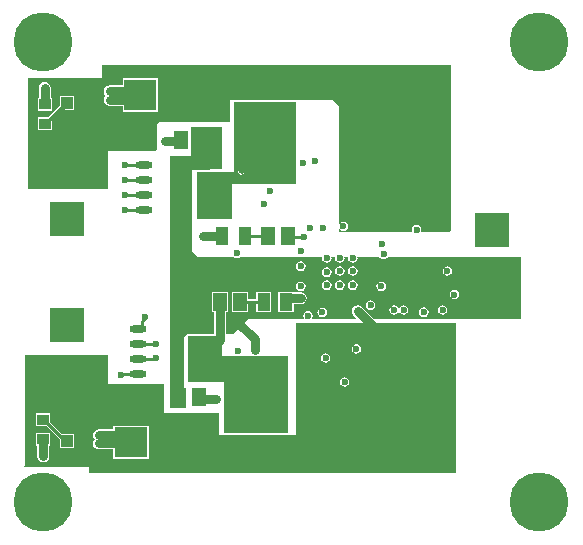
<source format=gtl>
G04*
G04 #@! TF.GenerationSoftware,Altium Limited,Altium Designer,20.0.13 (296)*
G04*
G04 Layer_Physical_Order=1*
G04 Layer_Color=255*
%FSLAX44Y44*%
%MOMM*%
G71*
G01*
G75*
%ADD14R,4.2000X5.5000*%
%ADD15R,2.8000X2.6000*%
%ADD16R,1.2000X1.5000*%
%ADD17R,1.0000X1.0000*%
%ADD18O,1.4500X0.6000*%
%ADD19R,1.0000X0.9000*%
%ADD20R,1.1000X1.5000*%
%ADD30C,0.8000*%
%ADD31C,0.2540*%
%ADD32R,3.0000X3.0000*%
%ADD33C,5.0000*%
%ADD34C,0.6000*%
G36*
X254000Y310000D02*
X200000D01*
Y280000D01*
X170000D01*
Y320000D01*
X201000D01*
Y379000D01*
X254000D01*
Y310000D01*
D02*
G37*
G36*
X385000Y271000D02*
X383000Y269000D01*
X359474D01*
X359768Y269439D01*
X360078Y271000D01*
X359768Y272561D01*
X358884Y273884D01*
X357561Y274768D01*
X356000Y275078D01*
X354439Y274768D01*
X353116Y273884D01*
X352232Y272561D01*
X351922Y271000D01*
X352232Y269439D01*
X352526Y269000D01*
X290000D01*
Y273606D01*
X290232Y272439D01*
X291116Y271116D01*
X292439Y270232D01*
X294000Y269922D01*
X295561Y270232D01*
X296884Y271116D01*
X297768Y272439D01*
X298078Y274000D01*
X297768Y275561D01*
X296884Y276884D01*
X295561Y277768D01*
X294000Y278078D01*
X292439Y277768D01*
X291116Y276884D01*
X290232Y275561D01*
X290000Y274394D01*
Y376000D01*
X285000Y381000D01*
X198000D01*
Y362000D01*
X136000D01*
Y339000D01*
X135000Y338000D01*
X95000D01*
Y305000D01*
X27000D01*
Y399000D01*
X90000D01*
Y410000D01*
X385000D01*
Y271000D01*
D02*
G37*
G36*
X191000Y322000D02*
X166000D01*
Y253000D01*
X171000Y248000D01*
X201290D01*
X202439Y247232D01*
X204000Y246922D01*
X205561Y247232D01*
X206710Y248000D01*
X276121D01*
X275922Y247000D01*
X276232Y245439D01*
X277116Y244116D01*
X278439Y243232D01*
X280000Y242922D01*
X281561Y243232D01*
X282884Y244116D01*
X283768Y245439D01*
X284078Y247000D01*
X283879Y248000D01*
X287120D01*
X286922Y247000D01*
X287232Y245439D01*
X288116Y244116D01*
X289439Y243232D01*
X291000Y242922D01*
X292561Y243232D01*
X293884Y244116D01*
X294768Y245439D01*
X295078Y247000D01*
X294879Y248000D01*
X298120D01*
X297922Y247000D01*
X298232Y245439D01*
X299116Y244116D01*
X300439Y243232D01*
X302000Y242922D01*
X303561Y243232D01*
X304884Y244116D01*
X305768Y245439D01*
X306078Y247000D01*
X305879Y248000D01*
X324526D01*
X325116Y247116D01*
X326439Y246232D01*
X328000Y245922D01*
X329561Y246232D01*
X330884Y247116D01*
X331474Y248000D01*
X444000D01*
Y195000D01*
X320210D01*
X309605Y205605D01*
X307951Y206710D01*
X306000Y207098D01*
X304049Y206710D01*
X302395Y205605D01*
X301290Y203951D01*
X300902Y202000D01*
X301290Y200049D01*
X302395Y198395D01*
X305790Y195000D01*
X266710D01*
X266884Y195116D01*
X267768Y196439D01*
X268078Y198000D01*
X267768Y199561D01*
X266884Y200884D01*
X265561Y201768D01*
X264000Y202078D01*
X262439Y201768D01*
X261116Y200884D01*
X260232Y199561D01*
X259922Y198000D01*
X260232Y196439D01*
X261116Y195116D01*
X261290Y195000D01*
X213000D01*
X201000Y183000D01*
X194598D01*
Y201500D01*
X196500D01*
Y218500D01*
X182500D01*
Y201500D01*
X184402D01*
Y183000D01*
X162000D01*
X159000Y180000D01*
Y137000D01*
X161000D01*
Y120000D01*
X147000D01*
Y333000D01*
X165000D01*
Y358000D01*
X191000D01*
Y322000D01*
D02*
G37*
G36*
Y164000D02*
X204957D01*
X205000Y163999D01*
X205043Y164000D01*
X218951D01*
X219000Y163999D01*
X219049Y164000D01*
X247000D01*
Y99000D01*
X193000D01*
Y142000D01*
X162000D01*
Y181000D01*
X191000D01*
Y164000D01*
D02*
G37*
G36*
X389000Y65000D02*
X79000D01*
Y70000D01*
X23000D01*
X24000Y71000D01*
Y165000D01*
X95000D01*
Y140000D01*
X142000D01*
Y116000D01*
X189000D01*
Y97000D01*
X254000D01*
Y192000D01*
X389000D01*
Y65000D01*
D02*
G37*
%LPC*%
G36*
X227000Y348271D02*
X226873Y348267D01*
X226746Y348257D01*
X226620Y348239D01*
X226495Y348214D01*
X226371Y348182D01*
X226250Y348143D01*
X226131Y348098D01*
X226015Y348046D01*
X225902Y347988D01*
X225792Y347923D01*
X225686Y347852D01*
X225584Y347775D01*
X225487Y347693D01*
X225394Y347606D01*
X225307Y347513D01*
X225224Y347416D01*
X225148Y347314D01*
X225077Y347208D01*
X225012Y347099D01*
X224954Y346985D01*
X224902Y346869D01*
X224856Y346750D01*
X224818Y346629D01*
X224786Y346505D01*
X224761Y346380D01*
X224743Y346254D01*
X224733Y346127D01*
X224729Y346000D01*
Y340441D01*
X205664Y321376D01*
X205577Y321283D01*
X205494Y321186D01*
X205418Y321084D01*
X205347Y320978D01*
X205282Y320868D01*
X205224Y320755D01*
X205172Y320639D01*
X205126Y320520D01*
X205088Y320399D01*
X205056Y320275D01*
X205031Y320150D01*
X205013Y320024D01*
X205003Y319897D01*
X204999Y319770D01*
X205003Y319643D01*
X205013Y319516D01*
X205031Y319390D01*
X205056Y319265D01*
X205088Y319141D01*
X205126Y319020D01*
X205172Y318901D01*
X205224Y318785D01*
X205282Y318671D01*
X205347Y318562D01*
X205418Y318456D01*
X205494Y318354D01*
X205577Y318257D01*
X205664Y318164D01*
X205757Y318077D01*
X205854Y317994D01*
X205956Y317918D01*
X206062Y317847D01*
X206171Y317782D01*
X206285Y317724D01*
X206401Y317672D01*
X206520Y317626D01*
X206641Y317588D01*
X206765Y317556D01*
X206890Y317531D01*
X207016Y317513D01*
X207143Y317503D01*
X207270Y317499D01*
X207397Y317503D01*
X207524Y317513D01*
X207650Y317531D01*
X207775Y317556D01*
X207899Y317588D01*
X208020Y317626D01*
X208139Y317672D01*
X208255Y317724D01*
X208368Y317782D01*
X208478Y317847D01*
X208584Y317918D01*
X208686Y317994D01*
X208783Y318077D01*
X208876Y318164D01*
X228606Y337894D01*
X228693Y337987D01*
X228775Y338084D01*
X228794Y338109D01*
X228852Y338186D01*
X228899Y338257D01*
X228923Y338292D01*
X228949Y338337D01*
X228988Y338401D01*
X229046Y338515D01*
X229098Y338631D01*
X229143Y338750D01*
X229182Y338871D01*
X229206Y338963D01*
X229214Y338995D01*
X229218Y339015D01*
X229239Y339120D01*
X229254Y339230D01*
X229257Y339246D01*
X229267Y339373D01*
X229271Y339500D01*
Y346000D01*
X229267Y346127D01*
X229257Y346254D01*
X229239Y346380D01*
X229214Y346505D01*
X229182Y346629D01*
X229143Y346750D01*
X229098Y346869D01*
X229046Y346985D01*
X228988Y347099D01*
X228923Y347208D01*
X228852Y347314D01*
X228775Y347416D01*
X228693Y347513D01*
X228606Y347606D01*
X228513Y347693D01*
X228416Y347775D01*
X228314Y347852D01*
X228208Y347923D01*
X228099Y347988D01*
X227985Y348046D01*
X227869Y348098D01*
X227750Y348143D01*
X227629Y348182D01*
X227505Y348214D01*
X227380Y348239D01*
X227254Y348257D01*
X227127Y348267D01*
X227000Y348271D01*
D02*
G37*
G36*
X194000Y316271D02*
X193873Y316267D01*
X193746Y316257D01*
X193620Y316239D01*
X193495Y316214D01*
X193371Y316182D01*
X193250Y316143D01*
X193131Y316098D01*
X193015Y316046D01*
X192901Y315987D01*
X192792Y315923D01*
X192686Y315852D01*
X192584Y315776D01*
X192487Y315693D01*
X192394Y315606D01*
X192069Y315281D01*
X191982Y315188D01*
X191900Y315091D01*
X191823Y314989D01*
X191752Y314883D01*
X191688Y314774D01*
X191629Y314660D01*
X191577Y314544D01*
X191532Y314425D01*
X191493Y314304D01*
X191461Y314180D01*
X191436Y314055D01*
X191418Y313929D01*
X191408Y313802D01*
X191404Y313675D01*
X191408Y313548D01*
X191418Y313421D01*
X191436Y313295D01*
X191461Y313170D01*
X191493Y313046D01*
X191532Y312925D01*
X191577Y312806D01*
X191629Y312690D01*
X191688Y312577D01*
X191752Y312467D01*
X191823Y312361D01*
X191900Y312259D01*
X191982Y312162D01*
X192069Y312069D01*
X192394Y311744D01*
X192487Y311657D01*
X192584Y311575D01*
X192686Y311498D01*
X192792Y311427D01*
X192901Y311362D01*
X193015Y311304D01*
X193131Y311252D01*
X193250Y311207D01*
X193371Y311168D01*
X193495Y311136D01*
X193620Y311111D01*
X193746Y311093D01*
X193873Y311083D01*
X194000Y311079D01*
X194127Y311083D01*
X194254Y311093D01*
X194380Y311111D01*
X194505Y311136D01*
X194629Y311168D01*
X194750Y311207D01*
X194869Y311252D01*
X194985Y311304D01*
X195098Y311362D01*
X195208Y311427D01*
X195314Y311498D01*
X195416Y311575D01*
X195513Y311657D01*
X195606Y311744D01*
X195693Y311837D01*
X195776Y311934D01*
X195852Y312036D01*
X195923Y312142D01*
X195987Y312251D01*
X196046Y312365D01*
X196098Y312481D01*
X196143Y312600D01*
X196182Y312721D01*
X196214Y312845D01*
X196239Y312970D01*
X196257Y313096D01*
X196267Y313223D01*
X196271Y313350D01*
X196267Y313477D01*
X196257Y313604D01*
X196247Y313675D01*
X196257Y313746D01*
X196267Y313873D01*
X196271Y314000D01*
X196267Y314127D01*
X196257Y314254D01*
X196239Y314380D01*
X196214Y314505D01*
X196182Y314629D01*
X196143Y314750D01*
X196098Y314869D01*
X196046Y314985D01*
X195987Y315098D01*
X195923Y315208D01*
X195852Y315314D01*
X195776Y315416D01*
X195693Y315513D01*
X195606Y315606D01*
X195513Y315693D01*
X195416Y315776D01*
X195314Y315852D01*
X195208Y315923D01*
X195098Y315987D01*
X194985Y316046D01*
X194869Y316098D01*
X194750Y316143D01*
X194629Y316182D01*
X194505Y316214D01*
X194380Y316239D01*
X194254Y316257D01*
X194127Y316267D01*
X194000Y316271D01*
D02*
G37*
G36*
X179575Y315946D02*
X179448Y315942D01*
X179321Y315932D01*
X179195Y315914D01*
X179070Y315889D01*
X178946Y315857D01*
X178825Y315818D01*
X178706Y315773D01*
X178590Y315721D01*
X178477Y315662D01*
X178367Y315598D01*
X178261Y315527D01*
X178159Y315450D01*
X178062Y315368D01*
X177969Y315281D01*
X177644Y314956D01*
X177557Y314863D01*
X177474Y314766D01*
X177398Y314664D01*
X177327Y314558D01*
X177262Y314449D01*
X177204Y314335D01*
X177152Y314219D01*
X177106Y314100D01*
X177068Y313979D01*
X177036Y313855D01*
X177011Y313730D01*
X176993Y313604D01*
X176983Y313477D01*
X176979Y313350D01*
X176983Y313223D01*
X176993Y313096D01*
X177011Y312970D01*
X177036Y312845D01*
X177068Y312721D01*
X177106Y312600D01*
X177152Y312481D01*
X177204Y312365D01*
X177262Y312251D01*
X177327Y312142D01*
X177398Y312036D01*
X177474Y311934D01*
X177557Y311837D01*
X177644Y311744D01*
X177737Y311657D01*
X177834Y311574D01*
X177936Y311498D01*
X178042Y311427D01*
X178151Y311362D01*
X178265Y311304D01*
X178381Y311252D01*
X178500Y311206D01*
X178621Y311168D01*
X178745Y311136D01*
X178870Y311111D01*
X178996Y311093D01*
X179123Y311083D01*
X179250Y311079D01*
X179377Y311083D01*
X179504Y311093D01*
X179630Y311111D01*
X179755Y311136D01*
X179879Y311168D01*
X180000Y311206D01*
X180119Y311252D01*
X180235Y311304D01*
X180348Y311362D01*
X180458Y311427D01*
X180564Y311498D01*
X180666Y311574D01*
X180763Y311657D01*
X180856Y311744D01*
X181181Y312069D01*
X181268Y312162D01*
X181350Y312259D01*
X181427Y312361D01*
X181498Y312467D01*
X181562Y312577D01*
X181621Y312690D01*
X181673Y312806D01*
X181718Y312925D01*
X181757Y313046D01*
X181789Y313170D01*
X181814Y313295D01*
X181832Y313421D01*
X181842Y313548D01*
X181846Y313675D01*
X181842Y313802D01*
X181832Y313929D01*
X181814Y314055D01*
X181789Y314180D01*
X181757Y314304D01*
X181718Y314425D01*
X181673Y314544D01*
X181621Y314660D01*
X181562Y314774D01*
X181498Y314883D01*
X181427Y314989D01*
X181350Y315091D01*
X181268Y315188D01*
X181181Y315281D01*
X181088Y315368D01*
X180991Y315450D01*
X180889Y315527D01*
X180783Y315598D01*
X180674Y315662D01*
X180560Y315721D01*
X180444Y315773D01*
X180325Y315818D01*
X180204Y315857D01*
X180080Y315889D01*
X179955Y315914D01*
X179829Y315932D01*
X179702Y315942D01*
X179575Y315946D01*
D02*
G37*
G36*
X179425Y303096D02*
X179298Y303092D01*
X179171Y303082D01*
X179045Y303064D01*
X178920Y303039D01*
X178796Y303007D01*
X178675Y302969D01*
X178556Y302923D01*
X178440Y302871D01*
X178326Y302812D01*
X178217Y302748D01*
X178111Y302677D01*
X178009Y302600D01*
X177912Y302518D01*
X177819Y302431D01*
X177644Y302256D01*
X177557Y302163D01*
X177474Y302066D01*
X177398Y301964D01*
X177327Y301858D01*
X177262Y301749D01*
X177204Y301635D01*
X177152Y301519D01*
X177106Y301400D01*
X177068Y301279D01*
X177036Y301155D01*
X177011Y301030D01*
X176993Y300904D01*
X176983Y300777D01*
X176979Y300650D01*
X176983Y300523D01*
X176993Y300396D01*
X177011Y300270D01*
X177036Y300145D01*
X177068Y300021D01*
X177106Y299900D01*
X177152Y299781D01*
X177204Y299665D01*
X177262Y299552D01*
X177327Y299442D01*
X177398Y299336D01*
X177474Y299234D01*
X177557Y299137D01*
X177644Y299044D01*
X177737Y298957D01*
X177834Y298874D01*
X177936Y298798D01*
X178042Y298727D01*
X178151Y298662D01*
X178265Y298604D01*
X178381Y298552D01*
X178500Y298507D01*
X178621Y298468D01*
X178745Y298436D01*
X178870Y298411D01*
X178996Y298393D01*
X179123Y298383D01*
X179250Y298379D01*
X179377Y298383D01*
X179504Y298393D01*
X179630Y298411D01*
X179755Y298436D01*
X179879Y298468D01*
X180000Y298507D01*
X180119Y298552D01*
X180235Y298604D01*
X180348Y298662D01*
X180458Y298727D01*
X180564Y298798D01*
X180666Y298874D01*
X180763Y298957D01*
X180856Y299044D01*
X181031Y299219D01*
X181118Y299312D01*
X181200Y299409D01*
X181277Y299511D01*
X181348Y299617D01*
X181413Y299727D01*
X181471Y299840D01*
X181523Y299956D01*
X181568Y300075D01*
X181607Y300196D01*
X181639Y300320D01*
X181664Y300445D01*
X181682Y300571D01*
X181692Y300698D01*
X181696Y300825D01*
X181692Y300952D01*
X181682Y301079D01*
X181664Y301205D01*
X181639Y301330D01*
X181607Y301454D01*
X181568Y301575D01*
X181523Y301694D01*
X181471Y301810D01*
X181413Y301924D01*
X181348Y302033D01*
X181277Y302139D01*
X181200Y302241D01*
X181118Y302338D01*
X181031Y302431D01*
X180938Y302518D01*
X180841Y302600D01*
X180739Y302677D01*
X180633Y302748D01*
X180523Y302812D01*
X180410Y302871D01*
X180294Y302923D01*
X180175Y302969D01*
X180054Y303007D01*
X179930Y303039D01*
X179805Y303064D01*
X179679Y303082D01*
X179552Y303092D01*
X179425Y303096D01*
D02*
G37*
G36*
X179250Y290221D02*
X179123Y290217D01*
X178996Y290207D01*
X178870Y290189D01*
X178745Y290164D01*
X178621Y290132D01*
X178500Y290093D01*
X178381Y290048D01*
X178265Y289996D01*
X178151Y289937D01*
X178042Y289873D01*
X177936Y289802D01*
X177834Y289725D01*
X177737Y289643D01*
X177644Y289556D01*
X177557Y289463D01*
X177474Y289366D01*
X177398Y289264D01*
X177327Y289158D01*
X177262Y289049D01*
X177204Y288935D01*
X177152Y288819D01*
X177106Y288700D01*
X177068Y288579D01*
X177036Y288455D01*
X177011Y288330D01*
X176993Y288204D01*
X176983Y288077D01*
X176979Y287950D01*
X176983Y287823D01*
X176993Y287696D01*
X177011Y287570D01*
X177036Y287445D01*
X177068Y287321D01*
X177106Y287200D01*
X177152Y287081D01*
X177204Y286965D01*
X177262Y286852D01*
X177327Y286742D01*
X177398Y286636D01*
X177474Y286534D01*
X177557Y286437D01*
X177644Y286344D01*
X178119Y285869D01*
X178212Y285782D01*
X178309Y285700D01*
X178411Y285623D01*
X178517Y285552D01*
X178626Y285487D01*
X178740Y285429D01*
X178856Y285377D01*
X178975Y285332D01*
X179096Y285293D01*
X179220Y285261D01*
X179345Y285236D01*
X179471Y285218D01*
X179598Y285208D01*
X179725Y285204D01*
X179852Y285208D01*
X179979Y285218D01*
X180105Y285236D01*
X180230Y285261D01*
X180354Y285293D01*
X180475Y285332D01*
X180594Y285377D01*
X180710Y285429D01*
X180823Y285487D01*
X180933Y285552D01*
X181039Y285623D01*
X181141Y285700D01*
X181238Y285782D01*
X181331Y285869D01*
X181418Y285962D01*
X181500Y286059D01*
X181577Y286161D01*
X181648Y286267D01*
X181712Y286376D01*
X181771Y286490D01*
X181823Y286606D01*
X181868Y286725D01*
X181907Y286846D01*
X181939Y286970D01*
X181964Y287095D01*
X181982Y287221D01*
X181992Y287348D01*
X181996Y287475D01*
X181992Y287602D01*
X181982Y287729D01*
X181964Y287855D01*
X181939Y287980D01*
X181907Y288104D01*
X181868Y288225D01*
X181823Y288344D01*
X181771Y288460D01*
X181712Y288573D01*
X181648Y288683D01*
X181577Y288789D01*
X181500Y288891D01*
X181418Y288988D01*
X181331Y289081D01*
X180856Y289556D01*
X180763Y289643D01*
X180666Y289725D01*
X180564Y289802D01*
X180458Y289873D01*
X180348Y289937D01*
X180235Y289996D01*
X180119Y290048D01*
X180000Y290093D01*
X179879Y290132D01*
X179755Y290164D01*
X179630Y290189D01*
X179504Y290207D01*
X179377Y290217D01*
X179250Y290221D01*
D02*
G37*
G36*
X41000Y396098D02*
X39049Y395710D01*
X37395Y394605D01*
X36290Y392951D01*
X35902Y391000D01*
Y382750D01*
X35000D01*
Y371750D01*
X47000D01*
Y382750D01*
X46098D01*
Y391000D01*
X45710Y392951D01*
X44605Y394605D01*
X42951Y395710D01*
X41000Y396098D01*
D02*
G37*
G36*
X137000Y399000D02*
X107000D01*
Y393098D01*
X96000D01*
X94049Y392710D01*
X92395Y391605D01*
X91290Y389951D01*
X90902Y388000D01*
X91290Y386049D01*
X92325Y384500D01*
X91290Y382951D01*
X90902Y381000D01*
X91290Y379049D01*
X92395Y377395D01*
X94049Y376290D01*
X96000Y375902D01*
X107000D01*
Y371000D01*
X137000D01*
Y399000D01*
D02*
G37*
G36*
X66000Y384000D02*
X54000D01*
Y376319D01*
X53383Y375907D01*
X43727Y366250D01*
X35000D01*
Y355250D01*
X47000D01*
Y362977D01*
X55979Y371955D01*
X56270D01*
X56494Y372000D01*
X66000D01*
Y384000D01*
D02*
G37*
G36*
X258000Y244078D02*
X256439Y243768D01*
X255116Y242884D01*
X254232Y241561D01*
X253922Y240000D01*
X254232Y238439D01*
X255116Y237116D01*
X256439Y236232D01*
X258000Y235922D01*
X259561Y236232D01*
X260884Y237116D01*
X261768Y238439D01*
X262078Y240000D01*
X261768Y241561D01*
X260884Y242884D01*
X259561Y243768D01*
X258000Y244078D01*
D02*
G37*
G36*
X382000Y240078D02*
X380439Y239768D01*
X379116Y238884D01*
X378232Y237561D01*
X377922Y236000D01*
X378232Y234439D01*
X379116Y233116D01*
X380439Y232232D01*
X382000Y231922D01*
X383561Y232232D01*
X384884Y233116D01*
X385768Y234439D01*
X386078Y236000D01*
X385768Y237561D01*
X384884Y238884D01*
X383561Y239768D01*
X382000Y240078D01*
D02*
G37*
G36*
X302000D02*
X300439Y239768D01*
X299116Y238884D01*
X298232Y237561D01*
X297922Y236000D01*
X298232Y234439D01*
X299116Y233116D01*
X300439Y232232D01*
X302000Y231922D01*
X303561Y232232D01*
X304884Y233116D01*
X305768Y234439D01*
X306078Y236000D01*
X305768Y237561D01*
X304884Y238884D01*
X303561Y239768D01*
X302000Y240078D01*
D02*
G37*
G36*
X291000D02*
X289439Y239768D01*
X288116Y238884D01*
X287232Y237561D01*
X286922Y236000D01*
X287232Y234439D01*
X288116Y233116D01*
X289439Y232232D01*
X291000Y231922D01*
X292561Y232232D01*
X293884Y233116D01*
X294768Y234439D01*
X295078Y236000D01*
X294768Y237561D01*
X293884Y238884D01*
X292561Y239768D01*
X291000Y240078D01*
D02*
G37*
G36*
X280000Y239078D02*
X278439Y238768D01*
X277116Y237884D01*
X276232Y236561D01*
X275922Y235000D01*
X276232Y233439D01*
X277116Y232116D01*
X278439Y231232D01*
X280000Y230922D01*
X281561Y231232D01*
X282884Y232116D01*
X283768Y233439D01*
X284078Y235000D01*
X283768Y236561D01*
X282884Y237884D01*
X281561Y238768D01*
X280000Y239078D01*
D02*
G37*
G36*
X302000Y228078D02*
X300439Y227768D01*
X299116Y226884D01*
X298232Y225561D01*
X297922Y224000D01*
X298232Y222439D01*
X299116Y221116D01*
X300439Y220232D01*
X302000Y219922D01*
X303561Y220232D01*
X304884Y221116D01*
X305768Y222439D01*
X306078Y224000D01*
X305768Y225561D01*
X304884Y226884D01*
X303561Y227768D01*
X302000Y228078D01*
D02*
G37*
G36*
X291000D02*
X289439Y227768D01*
X288116Y226884D01*
X287232Y225561D01*
X286922Y224000D01*
X287232Y222439D01*
X288116Y221116D01*
X289439Y220232D01*
X291000Y219922D01*
X292561Y220232D01*
X293884Y221116D01*
X294768Y222439D01*
X295078Y224000D01*
X294768Y225561D01*
X293884Y226884D01*
X292561Y227768D01*
X291000Y228078D01*
D02*
G37*
G36*
X280000D02*
X278439Y227768D01*
X277116Y226884D01*
X276232Y225561D01*
X275922Y224000D01*
X276232Y222439D01*
X277116Y221116D01*
X278439Y220232D01*
X280000Y219922D01*
X281561Y220232D01*
X282884Y221116D01*
X283768Y222439D01*
X284078Y224000D01*
X283768Y225561D01*
X282884Y226884D01*
X281561Y227768D01*
X280000Y228078D01*
D02*
G37*
G36*
X326000Y227078D02*
X324439Y226768D01*
X323116Y225884D01*
X322232Y224561D01*
X321922Y223000D01*
X322232Y221439D01*
X323116Y220116D01*
X324439Y219232D01*
X326000Y218922D01*
X327561Y219232D01*
X328884Y220116D01*
X329768Y221439D01*
X330078Y223000D01*
X329768Y224561D01*
X328884Y225884D01*
X327561Y226768D01*
X326000Y227078D01*
D02*
G37*
G36*
X258000D02*
X256439Y226768D01*
X255116Y225884D01*
X254232Y224561D01*
X253922Y223000D01*
X254232Y221439D01*
X255116Y220116D01*
X256439Y219232D01*
X258000Y218922D01*
X259561Y219232D01*
X260884Y220116D01*
X261768Y221439D01*
X262078Y223000D01*
X261768Y224561D01*
X260884Y225884D01*
X259561Y226768D01*
X258000Y227078D01*
D02*
G37*
G36*
X233000Y218500D02*
X220000D01*
Y212314D01*
X213500D01*
Y218500D01*
X199500D01*
Y201500D01*
X213500D01*
Y207686D01*
X220000D01*
Y201500D01*
X233000D01*
Y218500D01*
D02*
G37*
G36*
X388000Y220078D02*
X386439Y219768D01*
X385116Y218884D01*
X384232Y217561D01*
X383922Y216000D01*
X384232Y214439D01*
X385116Y213116D01*
X386439Y212232D01*
X388000Y211922D01*
X389561Y212232D01*
X390884Y213116D01*
X391768Y214439D01*
X392078Y216000D01*
X391768Y217561D01*
X390884Y218884D01*
X389561Y219768D01*
X388000Y220078D01*
D02*
G37*
G36*
X345000Y207078D02*
X343439Y206768D01*
X342116Y205884D01*
X341232Y204561D01*
X341000Y203394D01*
X340768Y204561D01*
X339884Y205884D01*
X338561Y206768D01*
X337000Y207078D01*
X335439Y206768D01*
X334116Y205884D01*
X333232Y204561D01*
X332922Y203000D01*
X333232Y201439D01*
X334116Y200116D01*
X335439Y199232D01*
X337000Y198922D01*
X338561Y199232D01*
X339884Y200116D01*
X340768Y201439D01*
X341000Y202606D01*
X341232Y201439D01*
X342116Y200116D01*
X343439Y199232D01*
X345000Y198922D01*
X346561Y199232D01*
X347884Y200116D01*
X348768Y201439D01*
X349078Y203000D01*
X348768Y204561D01*
X347884Y205884D01*
X346561Y206768D01*
X345000Y207078D01*
D02*
G37*
G36*
X317000Y211078D02*
X315439Y210768D01*
X314116Y209884D01*
X313232Y208561D01*
X312922Y207000D01*
X313232Y205439D01*
X314116Y204116D01*
X315439Y203232D01*
X317000Y202922D01*
X318561Y203232D01*
X319884Y204116D01*
X320768Y205439D01*
X321078Y207000D01*
X320768Y208561D01*
X319884Y209884D01*
X318561Y210768D01*
X317000Y211078D01*
D02*
G37*
G36*
X252000Y218500D02*
X239000D01*
Y201500D01*
X252000D01*
Y207902D01*
X258000D01*
X259951Y208290D01*
X261605Y209395D01*
X262710Y211049D01*
X263098Y213000D01*
X262710Y214951D01*
X261605Y216605D01*
X259951Y217710D01*
X258000Y218098D01*
X252000D01*
Y218500D01*
D02*
G37*
G36*
X378000Y207078D02*
X376439Y206768D01*
X375116Y205884D01*
X374232Y204561D01*
X373922Y203000D01*
X374232Y201439D01*
X375116Y200116D01*
X376439Y199232D01*
X378000Y198922D01*
X379561Y199232D01*
X380884Y200116D01*
X381768Y201439D01*
X382078Y203000D01*
X381768Y204561D01*
X380884Y205884D01*
X379561Y206768D01*
X378000Y207078D01*
D02*
G37*
G36*
X362000Y205078D02*
X360439Y204768D01*
X359116Y203884D01*
X358232Y202561D01*
X357922Y201000D01*
X358232Y199439D01*
X359116Y198116D01*
X360439Y197232D01*
X362000Y196922D01*
X363561Y197232D01*
X364884Y198116D01*
X365768Y199439D01*
X366078Y201000D01*
X365768Y202561D01*
X364884Y203884D01*
X363561Y204768D01*
X362000Y205078D01*
D02*
G37*
G36*
X276000Y204953D02*
X274439Y204643D01*
X273116Y203759D01*
X272232Y202436D01*
X271922Y200875D01*
X272232Y199314D01*
X273116Y197991D01*
X274439Y197107D01*
X276000Y196797D01*
X277561Y197107D01*
X278884Y197991D01*
X279768Y199314D01*
X280078Y200875D01*
X279768Y202436D01*
X278884Y203759D01*
X277561Y204643D01*
X276000Y204953D01*
D02*
G37*
G36*
X305000Y174078D02*
X303439Y173768D01*
X302116Y172884D01*
X301232Y171561D01*
X300922Y170000D01*
X301232Y168439D01*
X302116Y167116D01*
X303439Y166232D01*
X305000Y165922D01*
X306561Y166232D01*
X307884Y167116D01*
X308768Y168439D01*
X309078Y170000D01*
X308768Y171561D01*
X307884Y172884D01*
X306561Y173768D01*
X305000Y174078D01*
D02*
G37*
G36*
X278843Y166422D02*
X277282Y166111D01*
X275959Y165227D01*
X275075Y163904D01*
X274765Y162343D01*
X275075Y160782D01*
X275959Y159459D01*
X277282Y158575D01*
X278843Y158265D01*
X280404Y158575D01*
X281727Y159459D01*
X282611Y160782D01*
X282922Y162343D01*
X282611Y163904D01*
X281727Y165227D01*
X280404Y166111D01*
X278843Y166422D01*
D02*
G37*
G36*
X295000Y146078D02*
X293439Y145768D01*
X292116Y144884D01*
X291232Y143561D01*
X290922Y142000D01*
X291232Y140439D01*
X292116Y139116D01*
X293439Y138232D01*
X295000Y137922D01*
X296561Y138232D01*
X297884Y139116D01*
X298768Y140439D01*
X299078Y142000D01*
X298768Y143561D01*
X297884Y144884D01*
X296561Y145768D01*
X295000Y146078D01*
D02*
G37*
G36*
X46000Y115500D02*
X34000D01*
Y104500D01*
X42727D01*
X53133Y94093D01*
X53884Y93592D01*
X54000Y93569D01*
Y86000D01*
X66000D01*
Y98000D01*
X56494D01*
X56270Y98045D01*
X55729D01*
X46000Y107773D01*
Y115500D01*
D02*
G37*
G36*
X129000Y105000D02*
X99000D01*
Y102098D01*
X87000D01*
X85049Y101710D01*
X83395Y100605D01*
X82290Y98951D01*
X81902Y97000D01*
X82290Y95049D01*
X83325Y93500D01*
X82290Y91951D01*
X81902Y90000D01*
X82290Y88049D01*
X83395Y86395D01*
X85049Y85290D01*
X87000Y84902D01*
X99000D01*
Y77000D01*
X129000D01*
Y105000D01*
D02*
G37*
G36*
X46000Y99000D02*
X34000D01*
Y88000D01*
X34902D01*
Y79000D01*
X35290Y77049D01*
X36395Y75395D01*
X38049Y74290D01*
X40000Y73902D01*
X41951Y74290D01*
X43605Y75395D01*
X44710Y77049D01*
X45098Y79000D01*
Y88000D01*
X46000D01*
Y99000D01*
D02*
G37*
%LPD*%
D14*
X220000Y130000D02*
D03*
X340000D02*
D03*
X227000Y346000D02*
D03*
X347000D02*
D03*
D15*
X114000Y91000D02*
D03*
X174000D02*
D03*
X122000Y385000D02*
D03*
X182000D02*
D03*
D16*
X206500Y210000D02*
D03*
X189500D02*
D03*
X171500Y129000D02*
D03*
X154500D02*
D03*
X156500Y347000D02*
D03*
X173500D02*
D03*
X247500Y266000D02*
D03*
X230500D02*
D03*
D17*
X60000Y378000D02*
D03*
Y362000D02*
D03*
Y92000D02*
D03*
Y108000D02*
D03*
D18*
X119750Y187050D02*
D03*
Y174350D02*
D03*
Y161650D02*
D03*
Y148950D02*
D03*
X174250Y187050D02*
D03*
Y174350D02*
D03*
Y161650D02*
D03*
Y148950D02*
D03*
X179250Y287950D02*
D03*
Y300650D02*
D03*
Y313350D02*
D03*
Y326050D02*
D03*
X124750Y287950D02*
D03*
Y300650D02*
D03*
Y313350D02*
D03*
Y326050D02*
D03*
D19*
X40000Y93500D02*
D03*
Y110000D02*
D03*
X41000Y377250D02*
D03*
Y360750D02*
D03*
D20*
X210500Y266000D02*
D03*
X191500D02*
D03*
X226500Y210000D02*
D03*
X245500D02*
D03*
D30*
X341000Y137000D02*
Y167000D01*
X40000Y79000D02*
Y93500D01*
X41000Y377250D02*
Y391000D01*
X96000Y381000D02*
X118000D01*
X119000Y388000D02*
X122000Y385000D01*
X96000Y388000D02*
X119000D01*
X219000Y169000D02*
Y178000D01*
X204000Y193000D02*
X219000Y178000D01*
X347000Y339500D02*
Y346000D01*
X304000Y296500D02*
X347000Y339500D01*
X304000Y274000D02*
Y296500D01*
X341000Y131000D02*
Y167000D01*
X306000Y202000D02*
X341000Y167000D01*
X177598Y326050D02*
X179250D01*
X164050D02*
X177598D01*
X156000Y191000D02*
Y318000D01*
Y191000D02*
X160000Y187000D01*
X156000Y318000D02*
X164050Y326050D01*
X154500Y181500D02*
X160000Y187000D01*
X167000D01*
X154500Y129000D02*
Y181500D01*
X155500Y346000D02*
X156500Y347000D01*
X143000Y346000D02*
X155500D01*
X171500Y129000D02*
X172500Y128000D01*
X186000D01*
X118000Y381000D02*
X122000Y385000D01*
X87000Y97000D02*
X108000D01*
X87000Y90000D02*
X113000D01*
X114000Y91000D01*
X108000Y97000D02*
X114000Y91000D01*
X189500Y177500D02*
Y210000D01*
X187000Y175000D02*
X189500Y177500D01*
X245500Y210000D02*
Y211500D01*
X247000Y213000D01*
X258000D01*
X175000Y266000D02*
X191500D01*
D31*
X40000Y110000D02*
X40500D01*
X54770Y95730D01*
X56270D01*
X60000Y92000D01*
X41000Y360750D02*
X41500D01*
X55020Y374270D01*
X56270D01*
X60000Y378000D01*
Y140000D02*
X63000Y143000D01*
X84000D01*
X119750Y161650D02*
X119925Y161825D01*
X134825D01*
X135000Y162000D01*
X119750Y174350D02*
X119925Y174175D01*
X134825D01*
X135000Y174000D01*
X119750Y187050D02*
X122198D01*
X123796Y188648D01*
Y193860D01*
X126000Y196064D01*
Y197000D01*
X119275Y148475D02*
X119750Y148950D01*
X106475Y148475D02*
X119275D01*
X106000Y148000D02*
X106475Y148475D01*
X119725Y187025D02*
X119750Y187050D01*
X193675Y313675D02*
X194000Y313350D01*
X124725Y287975D02*
X124750Y287950D01*
X109025Y287975D02*
X124725D01*
X109000Y288000D02*
X109025Y287975D01*
X247500Y266000D02*
X248500Y265000D01*
X261000D01*
X124725Y326025D02*
X124750Y326050D01*
X109025Y326025D02*
X124725D01*
X109000Y326000D02*
X109025Y326025D01*
X124425Y300325D02*
X124750Y300650D01*
X109325Y300325D02*
X124425D01*
X109000Y300000D02*
X109325Y300325D01*
X124575Y313175D02*
X124750Y313350D01*
X109175Y313175D02*
X124575D01*
X109000Y313000D02*
X109175Y313175D01*
X208500Y210000D02*
X228500D01*
X152000Y91000D02*
X174000D01*
X84000Y143000D02*
X97730Y129270D01*
X113730D01*
X152000Y91000D01*
X174000D02*
X307500D01*
X341000Y124500D01*
Y131000D01*
X333488Y359512D02*
X347000Y346000D01*
X333488Y359512D02*
Y383512D01*
X332000Y385000D02*
X333488Y383512D01*
X182000Y385000D02*
X332000D01*
X158135D02*
X182000D01*
X122135Y349000D02*
X158135Y385000D01*
X111000Y349000D02*
X122135D01*
X60000Y330000D02*
X73730Y343730D01*
X210500Y266000D02*
X230500D01*
X176000Y327648D02*
X177598Y326050D01*
X173500Y347000D02*
X176000Y344500D01*
Y327648D02*
Y344500D01*
X193675Y313675D02*
X194000Y314000D01*
X227000Y339500D02*
Y346000D01*
X207270Y319770D02*
X227000Y339500D01*
X179250Y287950D02*
X179725Y287475D01*
X179250Y313350D02*
X179575Y313675D01*
X179250Y300650D02*
X179425Y300825D01*
D32*
X420000Y271000D02*
D03*
Y220000D02*
D03*
X60000Y330000D02*
D03*
Y280000D02*
D03*
Y140000D02*
D03*
Y190000D02*
D03*
D33*
X460000Y430000D02*
D03*
X40000D02*
D03*
X460000Y40000D02*
D03*
X40000D02*
D03*
D34*
X382000Y236000D02*
D03*
X388000Y216000D02*
D03*
X327000Y259000D02*
D03*
X328000Y250000D02*
D03*
X260000Y327000D02*
D03*
X317000Y207000D02*
D03*
X40000Y79000D02*
D03*
X41000Y391000D02*
D03*
X219000Y169000D02*
D03*
X327000Y230000D02*
D03*
X305000Y170000D02*
D03*
X306000Y202000D02*
D03*
X345000Y137000D02*
D03*
X278843Y162343D02*
D03*
X362000Y201000D02*
D03*
X326000Y223000D02*
D03*
X378000Y203000D02*
D03*
X227000Y293000D02*
D03*
X143000Y346000D02*
D03*
X205000Y168000D02*
D03*
X186000Y128000D02*
D03*
X204000Y251000D02*
D03*
X356000Y271000D02*
D03*
X295000Y142000D02*
D03*
X345000Y203000D02*
D03*
X337000D02*
D03*
X294000Y274000D02*
D03*
X304000D02*
D03*
X270000Y329000D02*
D03*
X232000Y304000D02*
D03*
X96000Y381000D02*
D03*
Y388000D02*
D03*
X87000Y90000D02*
D03*
Y97000D02*
D03*
X135000Y162000D02*
D03*
Y174000D02*
D03*
X126000Y197000D02*
D03*
X264000Y198000D02*
D03*
X106000Y148000D02*
D03*
X276000Y200875D02*
D03*
X187000Y149000D02*
D03*
Y162000D02*
D03*
Y175000D02*
D03*
X175000Y266000D02*
D03*
X258000Y240000D02*
D03*
X109000Y288000D02*
D03*
X266000Y272000D02*
D03*
X277000D02*
D03*
X109000Y326000D02*
D03*
X258000Y213000D02*
D03*
Y223000D02*
D03*
Y253000D02*
D03*
X109000Y300000D02*
D03*
Y313000D02*
D03*
X280000Y235000D02*
D03*
X302000Y236000D02*
D03*
X291000D02*
D03*
X302000Y224000D02*
D03*
X291000D02*
D03*
X280000D02*
D03*
X302000Y247000D02*
D03*
X291000D02*
D03*
X280000D02*
D03*
X261000Y265000D02*
D03*
X194000Y287000D02*
D03*
Y314000D02*
D03*
Y301000D02*
D03*
M02*

</source>
